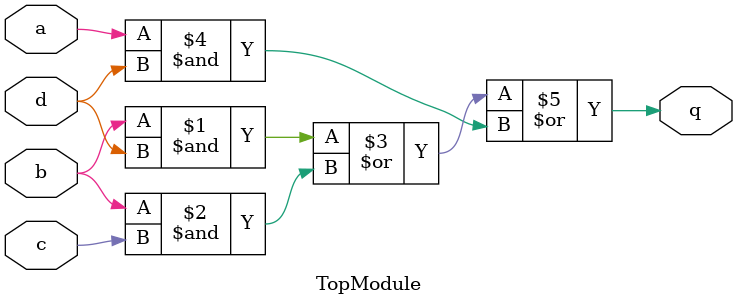
<source format=sv>
module TopModule (
    input wire a,
    input wire b,
    input wire c,
    input wire d,
    output wire q
);

    assign q = (b & d) | (b & c) | (a & d);

endmodule
</source>
